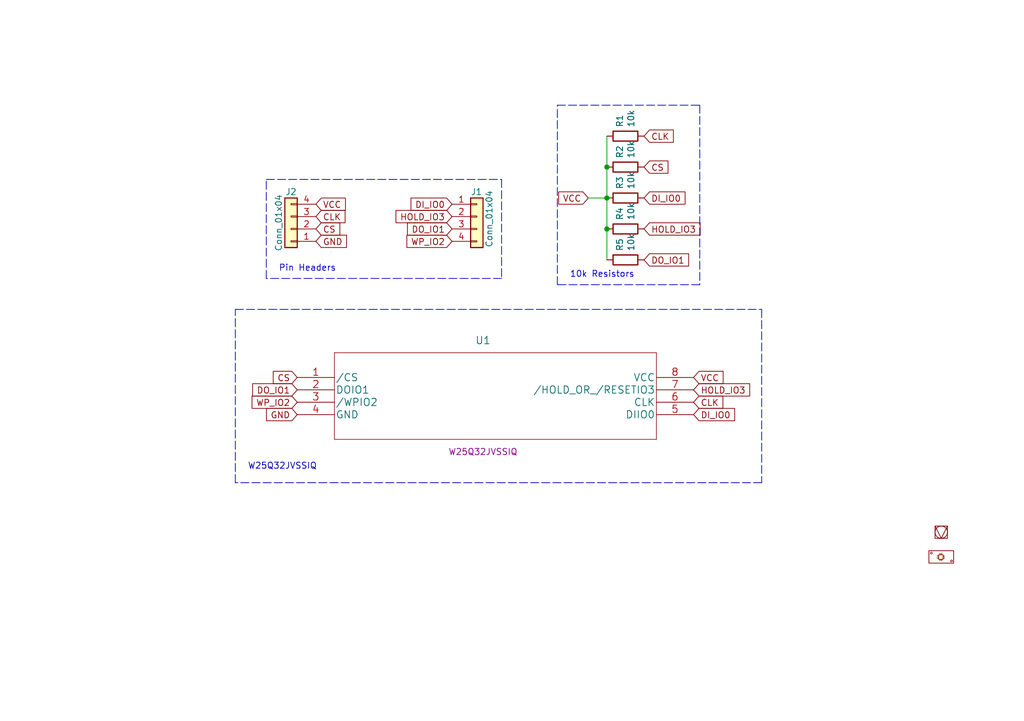
<source format=kicad_sch>
(kicad_sch (version 20211123) (generator eeschema)
  (paper "A5")
  (lib_symbols
    (symbol "GS_Global6:SOIC-8_5.275x5.275_W25Q32" (pin_names (offset 0.254))
      (property "Reference" "U" (at 40.64 10.16 0))
      (property "MPN" "W25Q32JVSSIQ" (at 0 0 0))
      (symbol "SOIC-8_5.275x5.275_W25Q32_1_1"
        (polyline (pts (xy 7.62 -12.7) (xy 73.66 -12.7)) (stroke (width 0.127)))
        (polyline (pts (xy 7.62 5.08) (xy 7.62 -12.7)) (stroke (width 0.127)))
        (polyline (pts (xy 73.66 -12.7) (xy 73.66 5.08)) (stroke (width 0.127)))
        (polyline (pts (xy 73.66 5.08) (xy 7.62 5.08)) (stroke (width 0.127)))
        (pin unspecified line (at 0 0 0) (length 7.62) (name "/CS") (number "1"))
        (pin unspecified line (at 0 -2.54 0) (length 7.62) (name "DOIO1") (number "2"))
        (pin unspecified line (at 0 -5.08 0) (length 7.62) (name "/WPIO2") (number "3"))
        (pin power_in line (at 0 -7.62 0) (length 7.62) (name "GND") (number "4"))
        (pin unspecified line (at 81.28 -7.62 180) (length 7.62) (name "DIIO0") (number "5"))
        (pin unspecified line (at 81.28 -5.08 180) (length 7.62) (name "CLK") (number "6"))
        (pin unspecified line (at 81.28 -2.54 180) (length 7.62) (name "/HOLD_OR_/RESETIO3") (number "7"))
        (pin power_in line (at 81.28 0 180) (length 7.62) (name "VCC") (number "8"))
      )
    )
    (symbol "GS_Local:Conn_01x04" (pin_names (offset 1.016) hide)
      (property "Reference" "J" (at 0 5.08 0))
      (property "Value" "Conn_01x04" (at 0 -7.62 0))
      (symbol "Conn_01x04_1_1"
        (rectangle (start -1.27 -4.953) (end 0 -5.207) (stroke (width 0.1524)))
        (rectangle (start -1.27 -2.413) (end 0 -2.667) (stroke (width 0.1524)))
        (rectangle (start -1.27 0.127) (end 0 -0.127) (stroke (width 0.1524)))
        (rectangle (start -1.27 2.667) (end 0 2.413) (stroke (width 0.1524)))
        (rectangle (start -1.27 3.81) (end 1.27 -6.35) (stroke (width 0.254)) (fill (type background)))
        (pin passive line (at -5.08 2.54 0) (length 3.81) (name "Pin_1") (number "1"))
        (pin passive line (at -5.08 0 0) (length 3.81) (name "Pin_2") (number "2"))
        (pin passive line (at -5.08 -2.54 0) (length 3.81) (name "Pin_3") (number "3"))
        (pin passive line (at -5.08 -5.08 0) (length 3.81) (name "Pin_4") (number "4"))
      )
    )
    (symbol "GS_Local:LOGO" (pin_numbers hide) (pin_names (offset 1.016) hide)
      (property "Value" "LOGO" (at 0 2.54 0))
      (symbol "LOGO_0_1"
        (rectangle (start -1.27 1.27) (end 1.27 -1.27))
        (polyline (pts (xy -1.27 1.27) (xy 0 -1.27) (xy 1.27 1.27)))
        (circle (center 0 0) (radius 1.27))
      )
    )
    (symbol "GS_Local:PCB" (pin_names (offset 1.016))
      (symbol "PCB_0_1"
        (rectangle (start -2.54 1.27) (end 2.54 -1.27))
        (circle (center -2.032 0.7874) (radius 0.1778) (fill (type background)))
        (rectangle (start -0.5334 0.4318) (end 0.381 -0.4826) (fill (type background)))
        (polyline (pts (xy -0.254 -0.4826) (xy -0.254 -0.7874)))
        (polyline (pts (xy 0.1016 -0.5334) (xy 0.1016 -0.8128)))
        (polyline (pts (xy 0.381 0.1524) (xy 0.6604 0.1524)))
        (polyline (pts (xy 0.4064 -0.2032) (xy 0.6858 -0.2032)))
      )
      (symbol "PCB_1_1"
        (polyline (pts (xy -0.8636 -0.2032) (xy -0.5842 -0.2032)))
        (polyline (pts (xy -0.8636 0.2032) (xy -0.5842 0.2032)))
        (polyline (pts (xy -0.254 0.508) (xy -0.254 0.7874)))
        (polyline (pts (xy 0.1016 0.508) (xy 0.1016 0.7874)))
        (circle (center 2.1082 -0.8128) (radius 0.1778) (fill (type background)))
      )
    )
    (symbol "GS_Local:R" (pin_numbers hide) (pin_names (offset 0))
      (property "Reference" "R" (at 2.032 0 90))
      (property "Value" "R" (at 0 0 90))
      (symbol "R_0_1"
        (rectangle (start -1.016 -2.54) (end 1.016 2.54) (stroke (width 0.254)))
      )
      (symbol "R_1_1"
        (pin passive line (at 0 3.81 270) (length 1.27) (name "~") (number "1"))
        (pin passive line (at 0 -3.81 90) (length 1.27) (name "~") (number "2"))
      )
    )
  )
  (junction (at 124.46 40.64))
  (junction (at 124.46 34.29))
  (junction (at 124.46 46.99))
  (polyline (pts (xy 156.21 63.5) (xy 156.21 99.06)))
  (polyline (pts (xy 48.26 63.5) (xy 156.21 63.5)))
  (polyline (pts (xy 114.3 21.59) (xy 143.51 21.59)))
  (wire (pts (xy 124.46 40.64) (xy 124.46 46.99)))
  (polyline (pts (xy 143.51 58.42) (xy 114.3 58.42)))
  (wire (pts (xy 124.46 34.29) (xy 124.46 40.64)))
  (polyline (pts (xy 102.87 36.83) (xy 102.87 57.15)))
  (polyline (pts (xy 102.87 57.15) (xy 54.61 57.15)))
  (polyline (pts (xy 54.61 57.15) (xy 54.61 36.83)))
  (wire (pts (xy 124.46 27.94) (xy 124.46 34.29)))
  (polyline (pts (xy 114.3 58.42) (xy 114.3 21.59)))
  (wire (pts (xy 120.65 40.64) (xy 124.46 40.64)))
  (polyline (pts (xy 54.61 36.83) (xy 102.87 36.83)))
  (polyline (pts (xy 48.26 99.06) (xy 48.26 63.5)))
  (polyline (pts (xy 143.51 21.59) (xy 143.51 58.42)))
  (wire (pts (xy 124.46 53.34) (xy 124.46 46.99)))
  (polyline (pts (xy 156.21 99.06) (xy 48.26 99.06)))
  (text "Pin Headers" (at 57.15 55.88 0) (effects (font (size 1.27 1.27)) (justify left bottom)))
  (text "W25Q32JVSSIQ" (at 50.8 96.52 0) (effects (font (size 1.27 1.27)) (justify left bottom)))
  (text "10k Resistors" (at 116.84 57.15 0) (effects (font (size 1.27 1.27)) (justify left bottom)))
  (global_label "DI_IO0" (shape input) (at 132.08 40.64 0) (property "Intersheet References" "${INTERSHEET_REFS}" (effects hide)))
  (global_label "DO_IO1" (shape input) (at 60.96 80.01 180) (property "Intersheet References" "${INTERSHEET_REFS}" (effects hide)))
  (global_label "VCC" (shape input) (at 120.65 40.64 180) (property "Intersheet References" "${INTERSHEET_REFS}" (effects hide)))
  (global_label "HOLD_IO3" (shape input) (at 142.24 80.01 0) (property "Intersheet References" "${INTERSHEET_REFS}" (effects hide)))
  (global_label "VCC" (shape input) (at 142.24 77.47 0) (property "Intersheet References" "${INTERSHEET_REFS}" (effects hide)))
  (global_label "HOLD_IO3" (shape input) (at 132.08 46.99 0) (property "Intersheet References" "${INTERSHEET_REFS}" (effects hide)))
  (global_label "DI_IO0" (shape input) (at 92.71 41.91 180) (property "Intersheet References" "${INTERSHEET_REFS}" (effects hide)))
  (global_label "DI_IO0" (shape input) (at 142.24 85.09 0) (property "Intersheet References" "${INTERSHEET_REFS}" (effects hide)))
  (global_label "VCC" (shape input) (at 64.77 41.91 0) (property "Intersheet References" "${INTERSHEET_REFS}" (effects hide)))
  (global_label "GND" (shape input) (at 64.77 49.53 0) (property "Intersheet References" "${INTERSHEET_REFS}" (effects hide)))
  (global_label "CLK" (shape input) (at 64.77 44.45 0) (property "Intersheet References" "${INTERSHEET_REFS}" (effects hide)))
  (global_label "HOLD_IO3" (shape input) (at 92.71 44.45 180) (property "Intersheet References" "${INTERSHEET_REFS}" (effects hide)))
  (global_label "WP_IO2" (shape input) (at 60.96 82.55 180) (property "Intersheet References" "${INTERSHEET_REFS}" (effects hide)))
  (global_label "CS" (shape input) (at 132.08 34.29 0) (property "Intersheet References" "${INTERSHEET_REFS}" (effects hide)))
  (global_label "WP_IO2" (shape input) (at 92.71 49.53 180) (property "Intersheet References" "${INTERSHEET_REFS}" (effects hide)))
  (global_label "CLK" (shape input) (at 132.08 27.94 0) (property "Intersheet References" "${INTERSHEET_REFS}" (effects hide)))
  (global_label "CS" (shape input) (at 60.96 77.47 180) (property "Intersheet References" "${INTERSHEET_REFS}" (effects hide)))
  (global_label "DO_IO1" (shape input) (at 92.71 46.99 180) (property "Intersheet References" "${INTERSHEET_REFS}" (effects hide)))
  (global_label "GND" (shape input) (at 60.96 85.09 180) (property "Intersheet References" "${INTERSHEET_REFS}" (effects hide)))
  (global_label "DO_IO1" (shape input) (at 132.08 53.34 0) (property "Intersheet References" "${INTERSHEET_REFS}" (effects hide)))
  (global_label "CS" (shape input) (at 64.77 46.99 0) (property "Intersheet References" "${INTERSHEET_REFS}" (effects hide)))
  (global_label "CLK" (shape input) (at 142.24 82.55 0) (property "Intersheet References" "${INTERSHEET_REFS}" (effects hide)))
  (symbol (lib_id "GS_Global6:SOIC-8_5.275x5.275_W25Q32") (at 60.96 77.47 0) (unit 1)
    (property "Reference" "U1" (at 99.06 69.85 0) (effects (font (size 1.524 1.524))))
    (property "Value" "W25Q32JVSSIQ" (effects hide))
    (property "Footprint" "GS_Global6:SOIC-8_5.275x5.275mm_P1.27mm" (effects hide))
    (property "Datasheet" "https://datasheet.lcsc.com/lcsc/1912210731_Winbond-Elec-W25Q32JVSSIQ_C179173.pdf" (effects hide))
    (property "MPN" "W25Q32JVSSIQ" (at 99.06 92.71 0))
    (property "LCSC" "C179173" (effects hide))
  )
  (symbol (lib_id "GS_Local:Conn_01x04") (at 97.79 44.45 0) (unit 1)
    (property "Reference" "J1" (at 96.52 39.37 0) (effects (justify left)))
    (property "Value" "Conn_01x04" (at 100.33 50.8 90) (effects (justify left)))
    (property "Footprint" "GS_Local:PinHeader_1x04_P2.54mm_Vertical_Male" (effects hide))
    (property "Datasheet" "https://datasheet.lcsc.com/szlcsc/1912111437_MINTRON-MTP125-1104S1_C358686.pdf" (effects hide))
    (property "MPN" "MTP125-1104S1" (effects hide))
    (property "LCSC" "C358686" (effects hide))
  )
  (symbol (lib_id "GS_Local:Conn_01x04") (at 59.69 46.99 180) (unit 1)
    (property "Reference" "J2" (at 59.69 39.37 0))
    (property "Value" "Conn_01x04" (at 57.15 45.72 90))
    (property "Footprint" "GS_Local:PinHeader_1x04_P2.54mm_Vertical_Male" (effects hide))
    (property "Datasheet" "https://datasheet.lcsc.com/szlcsc/1912111437_MINTRON-MTP125-1104S1_C358686.pdf" (effects hide))
    (property "MPN" "MTP125-1104S1" (effects hide))
    (property "LCSC" "C358686" (effects hide))
  )
  (symbol (lib_id "GS_Local:R") (at 128.27 53.34 90) (unit 1)
    (property "Reference" "R5" (at 127.1016 51.562 0) (effects (justify left)))
    (property "Value" "10k" (at 129.413 51.562 0) (effects (justify left)))
    (property "Footprint" "GS_Local:R_0402_1005Metric" (effects hide))
    (property "Datasheet" "https://datasheet.lcsc.com/szlcsc/1811091923_UNI-ROYAL-Uniroyal-Elec-0402WGJ0103TCE_C25531.pdf" (effects hide))
    (property "MPN" "0402WGJ0103TCE" (effects hide))
    (property "LCSC" "C25531" (effects hide))
  )
  (symbol (lib_id "GS_Local:R") (at 128.27 46.99 90) (unit 1)
    (property "Reference" "R4" (at 127.1016 45.212 0) (effects (justify left)))
    (property "Value" "10k" (at 129.413 45.212 0) (effects (justify left)))
    (property "Footprint" "GS_Local:R_0402_1005Metric" (effects hide))
    (property "Datasheet" "https://datasheet.lcsc.com/szlcsc/1811091923_UNI-ROYAL-Uniroyal-Elec-0402WGJ0103TCE_C25531.pdf" (effects hide))
    (property "MPN" "0402WGJ0103TCE" (effects hide))
    (property "LCSC" "C25531" (effects hide))
  )
  (symbol (lib_id "GS_Local:R") (at 128.27 40.64 90) (unit 1)
    (property "Reference" "R3" (at 127.1016 38.862 0) (effects (justify left)))
    (property "Value" "10k" (at 129.413 38.862 0) (effects (justify left)))
    (property "Footprint" "GS_Local:R_0402_1005Metric" (effects hide))
    (property "Datasheet" "https://datasheet.lcsc.com/szlcsc/1811091923_UNI-ROYAL-Uniroyal-Elec-0402WGJ0103TCE_C25531.pdf" (effects hide))
    (property "MPN" "0402WGJ0103TCE" (effects hide))
    (property "LCSC" "C25531" (effects hide))
  )
  (symbol (lib_id "GS_Local:R") (at 128.27 34.29 90) (unit 1)
    (property "Reference" "R2" (at 127.1016 32.512 0) (effects (justify left)))
    (property "Value" "10k" (at 129.413 32.512 0) (effects (justify left)))
    (property "Footprint" "GS_Local:R_0402_1005Metric" (effects hide))
    (property "Datasheet" "https://datasheet.lcsc.com/szlcsc/1811091923_UNI-ROYAL-Uniroyal-Elec-0402WGJ0103TCE_C25531.pdf" (effects hide))
    (property "MPN" "0402WGJ0103TCE" (effects hide))
    (property "LCSC" "C25531" (effects hide))
  )
  (symbol (lib_id "GS_Local:R") (at 128.27 27.94 90) (unit 1)
    (property "Reference" "R1" (at 127.1016 26.162 0) (effects (justify left)))
    (property "Value" "10k" (at 129.413 26.162 0) (effects (justify left)))
    (property "Footprint" "GS_Local:R_0402_1005Metric" (effects hide))
    (property "Datasheet" "https://datasheet.lcsc.com/szlcsc/1811091923_UNI-ROYAL-Uniroyal-Elec-0402WGJ0103TCE_C25531.pdf" (effects hide))
    (property "MPN" "0402WGJ0103TCE" (effects hide))
    (property "LCSC" "C25531" (effects hide))
  )
  (symbol (lib_id "GS_Local:LOGO") (at 193.04 109.22 0) (unit 1)
    (property "Reference" "LGO1" (effects hide))
    (property "Value" "LOGO" (effects hide))
    (property "Footprint" "GS_Local:LOGO" (effects hide))
  )
  (symbol (lib_id "GS_Local:PCB") (at 193.04 114.3 0) (unit 1)
    (property "Reference" "P1" (effects hide))
    (property "Value" "PCB" (effects hide))
    (property "MPN" "NKEMIZ_GS_PCB" (effects hide))
  )
)
</source>
